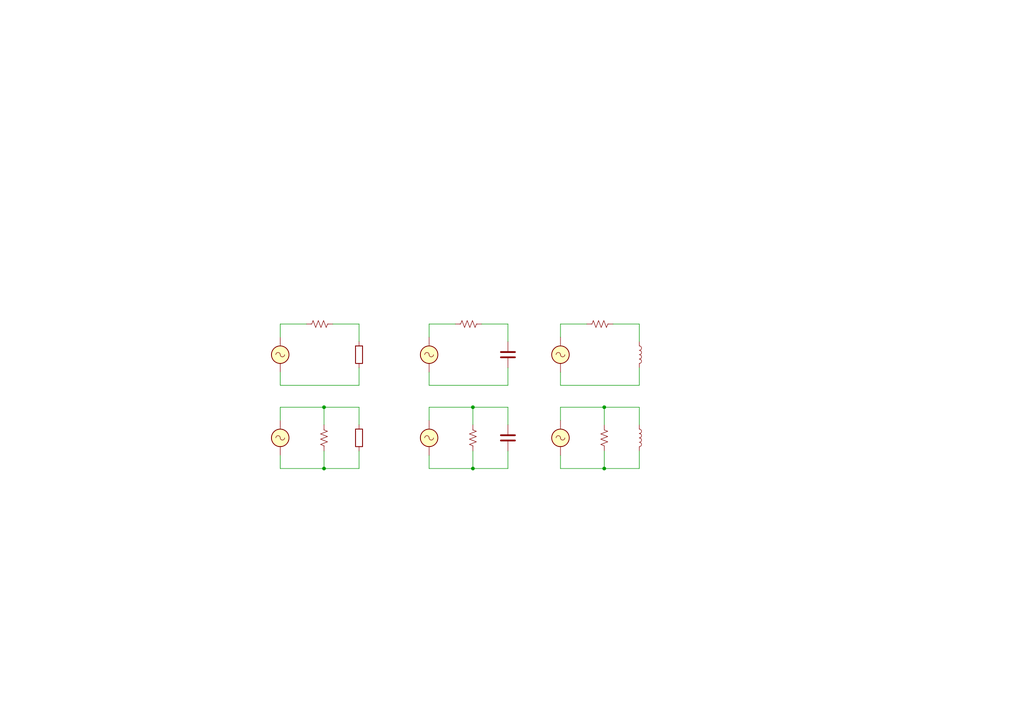
<source format=kicad_sch>
(kicad_sch (version 20231120) (generator "eeschema") (generator_version "8.0")
  (paper "A4")
  (lib_symbols
    (symbol "Device:C" (pin_numbers hide) (pin_names (offset 0.254))
      (property "Reference" "C" (at 0.635 2.54 0))
      (property "Value" "C" (at 0.635 -2.54 0))
      (symbol "C_0_1"
        (polyline (pts (xy -2.032 -0.762) (xy 2.032 -0.762)) (stroke (width 0.508)))
        (polyline (pts (xy -2.032 0.762) (xy 2.032 0.762)) (stroke (width 0.508)))
      )
      (symbol "C_1_1"
        (pin passive line (at 0 3.81 270) (length 2.794) (name "~") (number "1"))
        (pin passive line (at 0 -3.81 90) (length 2.794) (name "~") (number "2"))
      )
    )
    (symbol "Device:L" (pin_numbers hide) (pin_names (offset 1.016) hide)
      (property "Reference" "L" (at -1.27 0 90))
      (property "Value" "L" (at 1.905 0 90))
      (symbol "L_0_1"
        (arc (start 0 -2.54) (mid 0.6323 -1.905) (end 0 -1.27))
        (arc (start 0 -1.27) (mid 0.6323 -0.635) (end 0 0))
        (arc (start 0 0) (mid 0.6323 0.635) (end 0 1.27))
        (arc (start 0 1.27) (mid 0.6323 1.905) (end 0 2.54))
      )
      (symbol "L_1_1"
        (pin passive line (at 0 3.81 270) (length 1.27) (name "1") (number "1"))
        (pin passive line (at 0 -3.81 90) (length 1.27) (name "2") (number "2"))
      )
    )
    (symbol "Device:R" (pin_numbers hide) (pin_names (offset 0))
      (property "Reference" "R" (at 2.032 0 90))
      (property "Value" "R" (at 0 0 90))
      (symbol "R_0_1"
        (rectangle (start -1.016 -2.54) (end 1.016 2.54) (stroke (width 0.254)))
      )
      (symbol "R_1_1"
        (pin passive line (at 0 3.81 270) (length 1.27) (name "~") (number "1"))
        (pin passive line (at 0 -3.81 90) (length 1.27) (name "~") (number "2"))
      )
    )
    (symbol "Device:R_US" (pin_numbers hide) (pin_names (offset 0))
      (property "Reference" "R" (at 2.54 0 90))
      (property "Value" "R_US" (at -2.54 0 90))
      (symbol "R_US_0_1"
        (polyline (pts (xy 0 -2.286) (xy 0 -2.54)))
        (polyline (pts (xy 0 2.286) (xy 0 2.54)))
        (polyline (pts (xy 0 -0.762) (xy 1.016 -1.143) (xy 0 -1.524) (xy -1.016 -1.905) (xy 0 -2.286)))
        (polyline (pts (xy 0 0.762) (xy 1.016 0.381) (xy 0 0) (xy -1.016 -0.381) (xy 0 -0.762)))
        (polyline (pts (xy 0 2.286) (xy 1.016 1.905) (xy 0 1.524) (xy -1.016 1.143) (xy 0 0.762)))
      )
      (symbol "R_US_1_1"
        (pin passive line (at 0 3.81 270) (length 1.27) (name "~") (number "1"))
        (pin passive line (at 0 -3.81 90) (length 1.27) (name "~") (number "2"))
      )
    )
    (symbol "Simulation_SPICE:VSIN" (pin_numbers hide) (pin_names (offset 0.0254))
      (property "Reference" "V1" (at 3.81 2.6699 0))
      (property "Value" "VSIN" (at 3.81 0.1299 0))
      (property "Sim.Params" "dc=0 ampl=1 f=1k ac=1" (at 3.81 -2.4101 0))
      (symbol "VSIN_0_0"
        (arc (start 0 0) (mid -0.635 0.6323) (end -1.27 0))
        (arc (start 0 0) (mid 0.635 -0.6323) (end 1.27 0))
      )
      (symbol "VSIN_0_1"
        (circle (center 0 0) (radius 2.54) (stroke (width 0.254)) (fill (type background)))
      )
      (symbol "VSIN_1_1"
        (pin passive line (at 0 5.08 270) (length 2.54) (name "~") (number "1"))
        (pin passive line (at 0 -5.08 90) (length 2.54) (name "~") (number "2"))
      )
    )
  )
  (junction (at 93.98 135.89))
  (junction (at 137.16 118.11))
  (junction (at 175.26 118.11))
  (junction (at 137.16 135.89))
  (junction (at 175.26 135.89))
  (junction (at 93.98 118.11))
  (wire (pts (xy 185.42 118.11) (xy 185.42 123.19)))
  (wire (pts (xy 177.8 93.98) (xy 185.42 93.98)))
  (wire (pts (xy 162.56 97.79) (xy 162.56 93.98)))
  (wire (pts (xy 96.52 93.98) (xy 104.14 93.98)))
  (wire (pts (xy 124.46 118.11) (xy 124.46 121.92)))
  (wire (pts (xy 162.56 132.08) (xy 162.56 135.89)))
  (wire (pts (xy 175.26 118.11) (xy 185.42 118.11)))
  (wire (pts (xy 147.32 118.11) (xy 147.32 123.19)))
  (wire (pts (xy 93.98 130.81) (xy 93.98 135.89)))
  (wire (pts (xy 185.42 111.76) (xy 185.42 106.68)))
  (wire (pts (xy 137.16 135.89) (xy 147.32 135.89)))
  (wire (pts (xy 81.28 111.76) (xy 81.28 107.95)))
  (wire (pts (xy 104.14 111.76) (xy 104.14 106.68)))
  (wire (pts (xy 81.28 111.76) (xy 104.14 111.76)))
  (wire (pts (xy 93.98 118.11) (xy 104.14 118.11)))
  (wire (pts (xy 139.7 93.98) (xy 147.32 93.98)))
  (wire (pts (xy 104.14 93.98) (xy 104.14 99.06)))
  (wire (pts (xy 162.56 111.76) (xy 185.42 111.76)))
  (wire (pts (xy 124.46 111.76) (xy 147.32 111.76)))
  (wire (pts (xy 137.16 118.11) (xy 137.16 123.19)))
  (wire (pts (xy 147.32 111.76) (xy 147.32 106.68)))
  (wire (pts (xy 162.56 118.11) (xy 175.26 118.11)))
  (wire (pts (xy 137.16 118.11) (xy 147.32 118.11)))
  (wire (pts (xy 162.56 135.89) (xy 175.26 135.89)))
  (wire (pts (xy 175.26 118.11) (xy 175.26 123.19)))
  (wire (pts (xy 124.46 97.79) (xy 124.46 93.98)))
  (wire (pts (xy 81.28 93.98) (xy 88.9 93.98)))
  (wire (pts (xy 137.16 130.81) (xy 137.16 135.89)))
  (wire (pts (xy 124.46 111.76) (xy 124.46 107.95)))
  (wire (pts (xy 147.32 93.98) (xy 147.32 99.06)))
  (wire (pts (xy 81.28 97.79) (xy 81.28 93.98)))
  (wire (pts (xy 175.26 135.89) (xy 185.42 135.89)))
  (wire (pts (xy 81.28 132.08) (xy 81.28 135.89)))
  (wire (pts (xy 93.98 135.89) (xy 104.14 135.89)))
  (wire (pts (xy 124.46 135.89) (xy 137.16 135.89)))
  (wire (pts (xy 162.56 111.76) (xy 162.56 107.95)))
  (wire (pts (xy 124.46 118.11) (xy 137.16 118.11)))
  (wire (pts (xy 104.14 118.11) (xy 104.14 123.19)))
  (wire (pts (xy 185.42 135.89) (xy 185.42 130.81)))
  (wire (pts (xy 162.56 118.11) (xy 162.56 121.92)))
  (wire (pts (xy 93.98 118.11) (xy 93.98 123.19)))
  (wire (pts (xy 175.26 130.81) (xy 175.26 135.89)))
  (wire (pts (xy 124.46 93.98) (xy 132.08 93.98)))
  (wire (pts (xy 162.56 93.98) (xy 170.18 93.98)))
  (wire (pts (xy 81.28 118.11) (xy 81.28 121.92)))
  (wire (pts (xy 81.28 135.89) (xy 93.98 135.89)))
  (wire (pts (xy 147.32 135.89) (xy 147.32 130.81)))
  (wire (pts (xy 104.14 135.89) (xy 104.14 130.81)))
  (wire (pts (xy 185.42 93.98) (xy 185.42 99.06)))
  (wire (pts (xy 81.28 118.11) (xy 93.98 118.11)))
  (wire (pts (xy 124.46 132.08) (xy 124.46 135.89)))
  (symbol (lib_id "Device:R_US") (at 137.16 127 180) (unit 1)
    (property "Reference" "R6" (effects (hide yes)))
    (property "Value" "R_US" (effects (hide yes)))
    (property "Description" "Resistor, US symbol" (effects (hide yes)))
  )
  (symbol (lib_id "Device:L") (at 185.42 102.87 0) (unit 1)
    (property "Reference" "L1" (effects (hide yes)))
    (property "Value" "L" (effects (hide yes)))
    (property "Description" "Inductor" (effects (hide yes)))
  )
  (symbol (lib_id "Simulation_SPICE:VSIN") (at 81.28 127 0) (unit 1)
    (property "Reference" "V2" (effects (hide yes)))
    (property "Value" "VSIN" (effects (hide yes)))
    (property "Datasheet" "https://ngspice.sourceforge.io/docs/ngspice-html-manual/manual.xhtml#sec_Independent_Sources_for" (effects (hide yes)))
    (property "Description" "Voltage source, sinusoidal" (effects (hide yes)))
    (property "Sim.Pins" "1=+ 2=-" (effects (hide yes)))
    (property "Sim.Params" "dc=0 ampl=1 f=1k ac=1" (effects (hide yes)))
    (property "Sim.Type" "SIN" (effects (hide yes)))
    (property "Sim.Device" "V" (effects (hide yes)))
  )
  (symbol (lib_id "Device:R_US") (at 175.26 127 180) (unit 1)
    (property "Reference" "R8" (effects (hide yes)))
    (property "Value" "R_US" (effects (hide yes)))
    (property "Description" "Resistor, US symbol" (effects (hide yes)))
  )
  (symbol (lib_id "Device:C") (at 147.32 127 0) (unit 1)
    (property "Reference" "C2" (effects (hide yes)))
    (property "Value" "C" (effects (hide yes)))
    (property "Description" "Unpolarized capacitor" (effects (hide yes)))
  )
  (symbol (lib_id "Device:C") (at 147.32 102.87 0) (unit 1)
    (property "Reference" "C1" (effects (hide yes)))
    (property "Value" "C" (effects (hide yes)))
    (property "Description" "Unpolarized capacitor" (effects (hide yes)))
  )
  (symbol (lib_id "Device:R_US") (at 135.89 93.98 90) (unit 1)
    (property "Reference" "R5" (effects (hide yes)))
    (property "Value" "R_US" (effects (hide yes)))
    (property "Description" "Resistor, US symbol" (effects (hide yes)))
  )
  (symbol (lib_id "Device:R_US") (at 173.99 93.98 90) (unit 1)
    (property "Reference" "R7" (effects (hide yes)))
    (property "Value" "R_US" (effects (hide yes)))
    (property "Description" "Resistor, US symbol" (effects (hide yes)))
  )
  (symbol (lib_id "Simulation_SPICE:VSIN") (at 162.56 102.87 0) (unit 1)
    (property "Reference" "V5" (effects (hide yes)))
    (property "Value" "VSIN" (effects (hide yes)))
    (property "Datasheet" "https://ngspice.sourceforge.io/docs/ngspice-html-manual/manual.xhtml#sec_Independent_Sources_for" (effects (hide yes)))
    (property "Description" "Voltage source, sinusoidal" (effects (hide yes)))
    (property "Sim.Pins" "1=+ 2=-" (effects (hide yes)))
    (property "Sim.Params" "dc=0 ampl=1 f=1k ac=1" (effects (hide yes)))
    (property "Sim.Type" "SIN" (effects (hide yes)))
    (property "Sim.Device" "V" (effects (hide yes)))
  )
  (symbol (lib_id "Device:R") (at 104.14 127 0) (unit 1)
    (property "Reference" "R4" (effects (hide yes)))
    (property "Value" "R" (effects (hide yes)))
    (property "Description" "Resistor" (effects (hide yes)))
  )
  (symbol (lib_id "Simulation_SPICE:VSIN") (at 162.56 127 0) (unit 1)
    (property "Reference" "V6" (effects (hide yes)))
    (property "Value" "VSIN" (effects (hide yes)))
    (property "Datasheet" "https://ngspice.sourceforge.io/docs/ngspice-html-manual/manual.xhtml#sec_Independent_Sources_for" (effects (hide yes)))
    (property "Description" "Voltage source, sinusoidal" (effects (hide yes)))
    (property "Sim.Pins" "1=+ 2=-" (effects (hide yes)))
    (property "Sim.Params" "dc=0 ampl=1 f=1k ac=1" (effects (hide yes)))
    (property "Sim.Type" "SIN" (effects (hide yes)))
    (property "Sim.Device" "V" (effects (hide yes)))
  )
  (symbol (lib_id "Simulation_SPICE:VSIN") (at 124.46 127 0) (unit 1)
    (property "Reference" "V4" (effects (hide yes)))
    (property "Value" "VSIN" (effects (hide yes)))
    (property "Datasheet" "https://ngspice.sourceforge.io/docs/ngspice-html-manual/manual.xhtml#sec_Independent_Sources_for" (effects (hide yes)))
    (property "Description" "Voltage source, sinusoidal" (effects (hide yes)))
    (property "Sim.Pins" "1=+ 2=-" (effects (hide yes)))
    (property "Sim.Params" "dc=0 ampl=1 f=1k ac=1" (effects (hide yes)))
    (property "Sim.Type" "SIN" (effects (hide yes)))
    (property "Sim.Device" "V" (effects (hide yes)))
  )
  (symbol (lib_id "Simulation_SPICE:VSIN") (at 81.28 102.87 0) (unit 1)
    (property "Reference" "V1" (effects (hide yes)))
    (property "Value" "VSIN" (effects (hide yes)))
    (property "Datasheet" "https://ngspice.sourceforge.io/docs/ngspice-html-manual/manual.xhtml#sec_Independent_Sources_for" (effects (hide yes)))
    (property "Description" "Voltage source, sinusoidal" (effects (hide yes)))
    (property "Sim.Pins" "1=+ 2=-" (effects (hide yes)))
    (property "Sim.Params" "dc=0 ampl=1 f=1k ac=1" (effects (hide yes)))
    (property "Sim.Type" "SIN" (effects (hide yes)))
    (property "Sim.Device" "V" (effects (hide yes)))
  )
  (symbol (lib_id "Simulation_SPICE:VSIN") (at 124.46 102.87 0) (unit 1)
    (property "Reference" "V3" (effects (hide yes)))
    (property "Value" "VSIN" (effects (hide yes)))
    (property "Datasheet" "https://ngspice.sourceforge.io/docs/ngspice-html-manual/manual.xhtml#sec_Independent_Sources_for" (effects (hide yes)))
    (property "Description" "Voltage source, sinusoidal" (effects (hide yes)))
    (property "Sim.Pins" "1=+ 2=-" (effects (hide yes)))
    (property "Sim.Params" "dc=0 ampl=1 f=1k ac=1" (effects (hide yes)))
    (property "Sim.Type" "SIN" (effects (hide yes)))
    (property "Sim.Device" "V" (effects (hide yes)))
  )
  (symbol (lib_id "Device:R_US") (at 92.71 93.98 90) (unit 1)
    (property "Reference" "R1" (effects (hide yes)))
    (property "Value" "R_US" (effects (hide yes)))
    (property "Description" "Resistor, US symbol" (effects (hide yes)))
  )
  (symbol (lib_id "Device:R_US") (at 93.98 127 180) (unit 1)
    (property "Reference" "R3" (effects (hide yes)))
    (property "Value" "R_US" (effects (hide yes)))
    (property "Description" "Resistor, US symbol" (effects (hide yes)))
  )
  (symbol (lib_id "Device:R") (at 104.14 102.87 0) (unit 1)
    (property "Reference" "R2" (effects (hide yes)))
    (property "Value" "R" (effects (hide yes)))
    (property "Description" "Resistor" (effects (hide yes)))
  )
  (symbol (lib_id "Device:L") (at 185.42 127 0) (unit 1)
    (property "Reference" "L2" (effects (hide yes)))
    (property "Value" "L" (effects (hide yes)))
    (property "Description" "Inductor" (effects (hide yes)))
  )
)
</source>
